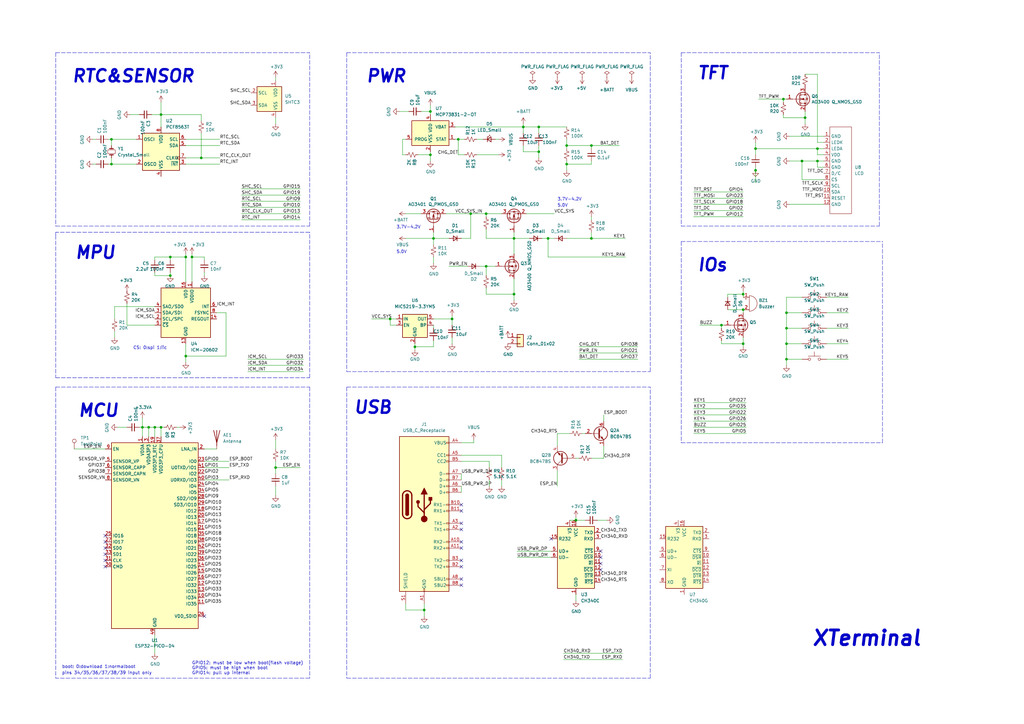
<source format=kicad_sch>
(kicad_sch (version 20211123) (generator eeschema)
  (paper "A3")
  (title_block (title "XTerminal") (date "2021-12-03") (rev "v1.0") (company "LithiumStudio"))
  (junction (at 335.28 66.04))
  (junction (at 176.53 63.5))
  (junction (at 309.88 69.85))
  (junction (at 58.42 175.26))
  (junction (at 322.58 128.27))
  (junction (at 322.58 147.32))
  (junction (at 232.41 59.69))
  (junction (at 220.98 52.07))
  (junction (at 322.58 134.62))
  (junction (at 69.85 113.03))
  (junction (at 60.96 175.26))
  (junction (at 295.91 133.35))
  (junction (at 69.85 105.41))
  (junction (at 304.8 127))
  (junction (at 176.53 45.72))
  (junction (at 224.79 97.79))
  (junction (at 177.8 97.79))
  (junction (at 185.42 130.81))
  (junction (at 321.31 40.64))
  (junction (at 330.2 48.26))
  (junction (at 242.57 59.69))
  (junction (at 242.57 97.79))
  (junction (at 309.88 60.96))
  (junction (at 66.04 175.26))
  (junction (at 193.04 87.63))
  (junction (at 199.39 109.22))
  (junction (at 232.41 67.31))
  (junction (at 210.82 97.79))
  (junction (at 220.98 62.23))
  (junction (at 304.8 120.65))
  (junction (at 113.03 191.77))
  (junction (at 63.5 175.26))
  (junction (at 322.58 140.97))
  (junction (at 45.72 57.15))
  (junction (at 199.39 87.63))
  (junction (at 173.99 250.19))
  (junction (at 335.28 60.96))
  (junction (at 45.72 67.31))
  (junction (at 328.93 66.04))
  (junction (at 214.63 52.07))
  (junction (at 170.18 142.24))
  (junction (at 78.74 105.41))
  (junction (at 236.22 213.36))
  (junction (at 304.8 140.97))
  (junction (at 160.02 130.81))
  (junction (at 187.96 57.15))
  (junction (at 76.2 146.05))
  (junction (at 76.2 105.41))
  (junction (at 82.55 64.77))
  (junction (at 66.04 46.99))
  (junction (at 210.82 120.65))
  (no_connect (at 189.23 229.87))
  (no_connect (at 189.23 232.41))
  (no_connect (at 189.23 214.63))
  (no_connect (at 189.23 217.17))
  (no_connect (at 43.18 227.33))
  (no_connect (at 43.18 229.87))
  (no_connect (at 43.18 232.41))
  (no_connect (at 43.18 224.79))
  (no_connect (at 43.18 222.25))
  (no_connect (at 43.18 219.71))
  (no_connect (at 189.23 207.01))
  (no_connect (at 189.23 209.55))
  (no_connect (at 189.23 222.25))
  (no_connect (at 189.23 224.79))
  (no_connect (at 189.23 237.49))
  (no_connect (at 189.23 240.03))
  (no_connect (at 83.82 252.73))
  (no_connect (at 226.06 220.98))
  (no_connect (at 246.38 233.68))
  (no_connect (at 246.38 228.6))
  (no_connect (at 246.38 226.06))
  (no_connect (at 246.38 231.14))
  (wire (pts (xy 330.2 30.48) (xy 335.28 30.48)))
  (wire (pts (xy 194.31 180.34) (xy 194.31 181.61)))
  (wire (pts (xy 66.04 46.99) (xy 62.23 46.99)))
  (wire (pts (xy 284.48 172.72) (xy 306.07 172.72)))
  (wire (pts (xy 335.28 58.42) (xy 337.82 58.42)))
  (wire (pts (xy 176.53 66.04) (xy 176.53 63.5)))
  (wire (pts (xy 195.58 57.15) (xy 198.12 57.15)))
  (wire (pts (xy 242.57 59.69) (xy 242.57 60.96)))
  (wire (pts (xy 189.23 186.69) (xy 205.74 186.69)))
  (wire (pts (xy 58.42 175.26) (xy 58.42 179.07)))
  (wire (pts (xy 322.58 147.32) (xy 322.58 149.86)))
  (polyline (pts (xy 22.86 158.75) (xy 127 158.75)))
  (wire (pts (xy 193.04 87.63) (xy 199.39 87.63)))
  (wire (pts (xy 304.8 140.97) (xy 304.8 142.24)))
  (polyline (pts (xy 361.95 181.61) (xy 361.95 99.06)))
  (wire (pts (xy 205.74 196.85) (xy 205.74 199.39)))
  (wire (pts (xy 57.15 46.99) (xy 53.34 46.99)))
  (wire (pts (xy 177.8 97.79) (xy 184.15 97.79)))
  (wire (pts (xy 63.5 113.03) (xy 69.85 113.03)))
  (polyline (pts (xy 127 154.94) (xy 127 95.25)))
  (wire (pts (xy 242.57 95.25) (xy 242.57 97.79)))
  (wire (pts (xy 172.72 45.72) (xy 176.53 45.72)))
  (wire (pts (xy 322.58 134.62) (xy 328.93 134.62)))
  (wire (pts (xy 309.88 69.85) (xy 309.88 74.93)))
  (wire (pts (xy 170.18 143.51) (xy 170.18 142.24)))
  (wire (pts (xy 224.79 105.41) (xy 224.79 97.79)))
  (wire (pts (xy 232.41 66.04) (xy 232.41 67.31)))
  (wire (pts (xy 242.57 97.79) (xy 256.54 97.79)))
  (wire (pts (xy 99.06 77.47) (xy 123.19 77.47)))
  (wire (pts (xy 160.02 133.35) (xy 160.02 130.81)))
  (wire (pts (xy 322.58 121.92) (xy 322.58 128.27)))
  (wire (pts (xy 212.09 228.6) (xy 226.06 228.6)))
  (wire (pts (xy 236.22 187.96) (xy 237.49 187.96)))
  (wire (pts (xy 337.82 73.66) (xy 328.93 73.66)))
  (wire (pts (xy 78.74 104.14) (xy 78.74 105.41)))
  (polyline (pts (xy 127 95.25) (xy 22.86 95.25)))
  (wire (pts (xy 66.04 41.91) (xy 66.04 46.99)))
  (wire (pts (xy 337.82 68.58) (xy 335.28 68.58)))
  (polyline (pts (xy 22.86 21.59) (xy 22.86 92.71)))
  (wire (pts (xy 160.02 130.81) (xy 162.56 130.81)))
  (wire (pts (xy 88.9 128.27) (xy 92.71 128.27)))
  (wire (pts (xy 220.98 62.23) (xy 220.98 64.77)))
  (polyline (pts (xy 22.86 95.25) (xy 22.86 96.52)))
  (wire (pts (xy 200.66 189.23) (xy 200.66 191.77)))
  (wire (pts (xy 196.85 109.22) (xy 199.39 109.22)))
  (wire (pts (xy 170.18 142.24) (xy 177.8 142.24)))
  (wire (pts (xy 66.04 179.07) (xy 66.04 175.26)))
  (wire (pts (xy 199.39 87.63) (xy 199.39 88.9)))
  (wire (pts (xy 304.8 140.97) (xy 304.8 138.43)))
  (wire (pts (xy 82.55 64.77) (xy 76.2 64.77)))
  (wire (pts (xy 38.1 57.15) (xy 39.37 57.15)))
  (wire (pts (xy 335.28 30.48) (xy 335.28 58.42)))
  (wire (pts (xy 304.8 127) (xy 304.8 128.27)))
  (wire (pts (xy 284.48 167.64) (xy 306.07 167.64)))
  (wire (pts (xy 304.8 120.65) (xy 304.8 121.92)))
  (wire (pts (xy 237.49 142.24) (xy 261.62 142.24)))
  (wire (pts (xy 182.88 87.63) (xy 193.04 87.63)))
  (wire (pts (xy 63.5 260.35) (xy 63.5 267.97)))
  (wire (pts (xy 214.63 62.23) (xy 220.98 62.23)))
  (wire (pts (xy 190.5 63.5) (xy 187.96 63.5)))
  (wire (pts (xy 69.85 106.68) (xy 69.85 105.41)))
  (wire (pts (xy 328.93 66.04) (xy 335.28 66.04)))
  (wire (pts (xy 187.96 57.15) (xy 190.5 57.15)))
  (wire (pts (xy 204.47 57.15) (xy 203.2 57.15)))
  (wire (pts (xy 311.15 40.64) (xy 321.31 40.64)))
  (wire (pts (xy 193.04 97.79) (xy 193.04 87.63)))
  (polyline (pts (xy 279.4 21.59) (xy 279.4 92.71)))
  (polyline (pts (xy 22.86 158.75) (xy 22.86 278.13)))
  (wire (pts (xy 177.8 95.25) (xy 177.8 97.79)))
  (wire (pts (xy 200.66 196.85) (xy 200.66 199.39)))
  (wire (pts (xy 186.69 52.07) (xy 214.63 52.07)))
  (wire (pts (xy 210.82 120.65) (xy 210.82 114.3)))
  (wire (pts (xy 214.63 52.07) (xy 220.98 52.07)))
  (wire (pts (xy 176.53 63.5) (xy 176.53 62.23)))
  (wire (pts (xy 199.39 120.65) (xy 210.82 120.65)))
  (wire (pts (xy 298.45 120.65) (xy 304.8 120.65)))
  (wire (pts (xy 237.49 144.78) (xy 261.62 144.78)))
  (wire (pts (xy 284.48 175.26) (xy 306.07 175.26)))
  (wire (pts (xy 83.82 196.85) (xy 93.98 196.85)))
  (wire (pts (xy 66.04 175.26) (xy 63.5 175.26)))
  (wire (pts (xy 214.63 50.8) (xy 214.63 52.07)))
  (wire (pts (xy 63.5 175.26) (xy 60.96 175.26)))
  (wire (pts (xy 323.85 55.88) (xy 337.82 55.88)))
  (wire (pts (xy 322.58 134.62) (xy 322.58 140.97)))
  (wire (pts (xy 66.04 46.99) (xy 82.55 46.99)))
  (wire (pts (xy 238.76 177.8) (xy 240.03 177.8)))
  (wire (pts (xy 323.85 66.04) (xy 328.93 66.04)))
  (wire (pts (xy 57.15 175.26) (xy 58.42 175.26)))
  (wire (pts (xy 284.48 86.36) (xy 304.8 86.36)))
  (wire (pts (xy 83.82 111.76) (xy 83.82 113.03)))
  (wire (pts (xy 73.66 175.26) (xy 72.39 175.26)))
  (wire (pts (xy 321.31 48.26) (xy 330.2 48.26)))
  (wire (pts (xy 185.42 138.43) (xy 185.42 140.97)))
  (wire (pts (xy 101.6 152.4) (xy 124.46 152.4)))
  (wire (pts (xy 78.74 105.41) (xy 78.74 115.57)))
  (wire (pts (xy 339.09 140.97) (xy 347.98 140.97)))
  (wire (pts (xy 322.58 121.92) (xy 328.93 121.92)))
  (wire (pts (xy 335.28 63.5) (xy 335.28 60.96)))
  (wire (pts (xy 321.31 46.99) (xy 321.31 48.26)))
  (wire (pts (xy 45.72 67.31) (xy 55.88 67.31)))
  (wire (pts (xy 339.09 121.92) (xy 347.98 121.92)))
  (wire (pts (xy 195.58 63.5) (xy 204.47 63.5)))
  (wire (pts (xy 309.88 68.58) (xy 309.88 69.85)))
  (wire (pts (xy 284.48 78.74) (xy 304.8 78.74)))
  (wire (pts (xy 63.5 111.76) (xy 63.5 113.03)))
  (wire (pts (xy 171.45 63.5) (xy 176.53 63.5)))
  (polyline (pts (xy 142.24 21.59) (xy 266.7 21.59)))
  (wire (pts (xy 45.72 57.15) (xy 55.88 57.15)))
  (wire (pts (xy 90.17 57.15) (xy 76.2 57.15)))
  (polyline (pts (xy 142.24 158.75) (xy 266.7 158.75)))
  (wire (pts (xy 177.8 130.81) (xy 185.42 130.81)))
  (wire (pts (xy 173.99 250.19) (xy 173.99 252.73)))
  (wire (pts (xy 220.98 52.07) (xy 232.41 52.07)))
  (wire (pts (xy 166.37 63.5) (xy 165.1 63.5)))
  (wire (pts (xy 237.49 147.32) (xy 261.62 147.32)))
  (wire (pts (xy 330.2 45.72) (xy 330.2 48.26)))
  (wire (pts (xy 231.14 270.51) (xy 255.27 270.51)))
  (wire (pts (xy 242.57 67.31) (xy 232.41 67.31)))
  (wire (pts (xy 166.37 97.79) (xy 177.8 97.79)))
  (wire (pts (xy 309.88 60.96) (xy 309.88 63.5)))
  (wire (pts (xy 99.06 82.55) (xy 123.19 82.55)))
  (wire (pts (xy 284.48 165.1) (xy 306.07 165.1)))
  (wire (pts (xy 63.5 106.68) (xy 63.5 105.41)))
  (wire (pts (xy 82.55 54.61) (xy 82.55 64.77)))
  (wire (pts (xy 295.91 139.7) (xy 295.91 140.97)))
  (wire (pts (xy 166.37 87.63) (xy 172.72 87.63)))
  (polyline (pts (xy 142.24 278.13) (xy 266.7 278.13)))
  (wire (pts (xy 233.68 213.36) (xy 236.22 213.36)))
  (wire (pts (xy 231.14 267.97) (xy 255.27 267.97)))
  (wire (pts (xy 321.31 40.64) (xy 322.58 40.64)))
  (wire (pts (xy 339.09 147.32) (xy 347.98 147.32)))
  (wire (pts (xy 177.8 97.79) (xy 177.8 100.33)))
  (wire (pts (xy 284.48 170.18) (xy 306.07 170.18)))
  (wire (pts (xy 224.79 97.79) (xy 227.33 97.79)))
  (wire (pts (xy 284.48 81.28) (xy 304.8 81.28)))
  (wire (pts (xy 254 59.69) (xy 242.57 59.69)))
  (wire (pts (xy 232.41 59.69) (xy 232.41 60.96)))
  (wire (pts (xy 63.5 179.07) (xy 63.5 175.26)))
  (wire (pts (xy 322.58 128.27) (xy 322.58 134.62)))
  (wire (pts (xy 165.1 63.5) (xy 165.1 57.15)))
  (wire (pts (xy 173.99 247.65) (xy 173.99 250.19)))
  (wire (pts (xy 177.8 139.7) (xy 177.8 142.24)))
  (wire (pts (xy 185.42 130.81) (xy 185.42 133.35)))
  (wire (pts (xy 113.03 48.26) (xy 113.03 50.8)))
  (wire (pts (xy 205.74 191.77) (xy 205.74 186.69)))
  (wire (pts (xy 339.09 134.62) (xy 347.98 134.62)))
  (wire (pts (xy 186.69 57.15) (xy 187.96 57.15)))
  (wire (pts (xy 245.11 213.36) (xy 248.92 213.36)))
  (wire (pts (xy 215.9 87.63) (xy 227.33 87.63)))
  (wire (pts (xy 76.2 104.14) (xy 76.2 105.41)))
  (polyline (pts (xy 22.86 21.59) (xy 127 21.59)))
  (wire (pts (xy 92.71 128.27) (xy 92.71 146.05)))
  (wire (pts (xy 38.1 67.31) (xy 39.37 67.31)))
  (wire (pts (xy 298.45 127) (xy 304.8 127)))
  (polyline (pts (xy 266.7 278.13) (xy 266.7 158.75)))
  (wire (pts (xy 69.85 111.76) (xy 69.85 113.03)))
  (wire (pts (xy 93.98 189.23) (xy 83.82 189.23)))
  (wire (pts (xy 242.57 66.04) (xy 242.57 67.31)))
  (wire (pts (xy 210.82 123.19) (xy 210.82 120.65)))
  (wire (pts (xy 46.99 135.89) (xy 46.99 138.43)))
  (wire (pts (xy 189.23 97.79) (xy 193.04 97.79)))
  (wire (pts (xy 236.22 213.36) (xy 240.03 213.36)))
  (polyline (pts (xy 279.4 92.71) (xy 360.68 92.71)))
  (wire (pts (xy 322.58 147.32) (xy 328.93 147.32)))
  (wire (pts (xy 295.91 133.35) (xy 295.91 134.62)))
  (wire (pts (xy 99.06 80.01) (xy 123.19 80.01)))
  (wire (pts (xy 58.42 171.45) (xy 58.42 175.26)))
  (wire (pts (xy 48.26 175.26) (xy 52.07 175.26)))
  (wire (pts (xy 185.42 129.54) (xy 185.42 130.81)))
  (wire (pts (xy 232.41 97.79) (xy 242.57 97.79)))
  (wire (pts (xy 199.39 93.98) (xy 199.39 97.79)))
  (wire (pts (xy 304.8 119.38) (xy 304.8 120.65)))
  (polyline (pts (xy 142.24 21.59) (xy 142.24 152.4)))
  (wire (pts (xy 242.57 59.69) (xy 232.41 59.69)))
  (wire (pts (xy 83.82 191.77) (xy 93.98 191.77)))
  (wire (pts (xy 217.17 97.79) (xy 210.82 97.79)))
  (wire (pts (xy 220.98 54.61) (xy 220.98 52.07)))
  (wire (pts (xy 228.6 177.8) (xy 228.6 182.88)))
  (wire (pts (xy 113.03 199.39) (xy 113.03 203.2)))
  (wire (pts (xy 176.53 45.72) (xy 176.53 46.99)))
  (polyline (pts (xy 22.86 92.71) (xy 127 92.71)))
  (polyline (pts (xy 22.86 96.52) (xy 22.86 154.94)))
  (wire (pts (xy 236.22 243.84) (xy 236.22 246.38)))
  (wire (pts (xy 99.06 87.63) (xy 123.19 87.63)))
  (wire (pts (xy 92.71 146.05) (xy 76.2 146.05)))
  (wire (pts (xy 60.96 179.07) (xy 60.96 175.26)))
  (wire (pts (xy 52.07 133.35) (xy 63.5 133.35)))
  (wire (pts (xy 203.2 109.22) (xy 199.39 109.22)))
  (wire (pts (xy 210.82 95.25) (xy 210.82 97.79)))
  (wire (pts (xy 330.2 48.26) (xy 330.2 50.8)))
  (wire (pts (xy 101.6 149.86) (xy 124.46 149.86)))
  (wire (pts (xy 297.18 133.35) (xy 295.91 133.35)))
  (wire (pts (xy 232.41 57.15) (xy 232.41 59.69)))
  (wire (pts (xy 52.07 124.46) (xy 52.07 133.35)))
  (wire (pts (xy 67.31 175.26) (xy 66.04 175.26)))
  (wire (pts (xy 113.03 191.77) (xy 123.19 191.77)))
  (wire (pts (xy 214.63 52.07) (xy 214.63 54.61)))
  (wire (pts (xy 236.22 212.09) (xy 236.22 213.36)))
  (wire (pts (xy 212.09 226.06) (xy 226.06 226.06)))
  (wire (pts (xy 82.55 46.99) (xy 82.55 49.53)))
  (wire (pts (xy 46.99 125.73) (xy 46.99 130.81)))
  (wire (pts (xy 284.48 88.9) (xy 304.8 88.9)))
  (wire (pts (xy 191.77 109.22) (xy 184.15 109.22)))
  (wire (pts (xy 58.42 175.26) (xy 60.96 175.26)))
  (wire (pts (xy 298.45 121.92) (xy 298.45 120.65)))
  (wire (pts (xy 199.39 97.79) (xy 210.82 97.79)))
  (wire (pts (xy 99.06 90.17) (xy 123.19 90.17)))
  (wire (pts (xy 335.28 68.58) (xy 335.28 66.04)))
  (wire (pts (xy 321.31 40.64) (xy 321.31 41.91)))
  (wire (pts (xy 309.88 60.96) (xy 335.28 60.96)))
  (wire (pts (xy 295.91 140.97) (xy 304.8 140.97)))
  (wire (pts (xy 287.02 133.35) (xy 295.91 133.35)))
  (wire (pts (xy 335.28 66.04) (xy 337.82 66.04)))
  (wire (pts (xy 99.06 85.09) (xy 123.19 85.09)))
  (wire (pts (xy 189.23 181.61) (xy 194.31 181.61)))
  (wire (pts (xy 284.48 177.8) (xy 306.07 177.8)))
  (wire (pts (xy 233.68 177.8) (xy 228.6 177.8)))
  (wire (pts (xy 170.18 142.24) (xy 170.18 140.97)))
  (wire (pts (xy 152.4 130.81) (xy 160.02 130.81)))
  (wire (pts (xy 69.85 105.41) (xy 76.2 105.41)))
  (wire (pts (xy 163.83 45.72) (xy 167.64 45.72)))
  (wire (pts (xy 337.82 60.96) (xy 335.28 60.96)))
  (wire (pts (xy 165.1 57.15) (xy 166.37 57.15)))
  (polyline (pts (xy 127 278.13) (xy 22.86 278.13)))
  (wire (pts (xy 322.58 140.97) (xy 328.93 140.97)))
  (wire (pts (xy 247.65 187.96) (xy 242.57 187.96)))
  (polyline (pts (xy 279.4 99.06) (xy 361.95 99.06)))
  (wire (pts (xy 247.65 182.88) (xy 247.65 187.96)))
  (wire (pts (xy 83.82 105.41) (xy 78.74 105.41)))
  (wire (pts (xy 45.72 64.77) (xy 45.72 67.31)))
  (wire (pts (xy 177.8 105.41) (xy 177.8 107.95)))
  (wire (pts (xy 177.8 134.62) (xy 177.8 133.35)))
  (wire (pts (xy 214.63 59.69) (xy 214.63 62.23)))
  (wire (pts (xy 113.03 191.77) (xy 113.03 194.31)))
  (polyline (pts (xy 279.4 99.06) (xy 279.4 181.61)))
  (wire (pts (xy 210.82 104.14) (xy 210.82 97.79)))
  (wire (pts (xy 113.03 189.23) (xy 113.03 191.77)))
  (wire (pts (xy 166.37 250.19) (xy 173.99 250.19)))
  (wire (pts (xy 222.25 97.79) (xy 224.79 97.79)))
  (wire (pts (xy 284.48 83.82) (xy 304.8 83.82)))
  (wire (pts (xy 323.85 83.82) (xy 337.82 83.82)))
  (wire (pts (xy 189.23 199.39) (xy 189.23 201.93)))
  (wire (pts (xy 101.6 147.32) (xy 124.46 147.32)))
  (wire (pts (xy 205.74 87.63) (xy 199.39 87.63)))
  (wire (pts (xy 337.82 63.5) (xy 335.28 63.5)))
  (wire (pts (xy 63.5 105.41) (xy 69.85 105.41)))
  (polyline (pts (xy 266.7 152.4) (xy 266.7 21.59)))
  (polyline (pts (xy 127 92.71) (xy 127 21.59)))
  (wire (pts (xy 90.17 59.69) (xy 76.2 59.69)))
  (wire (pts (xy 224.79 105.41) (xy 256.54 105.41)))
  (wire (pts (xy 83.82 184.15) (xy 88.9 184.15)))
  (wire (pts (xy 76.2 140.97) (xy 76.2 146.05)))
  (wire (pts (xy 199.39 118.11) (xy 199.39 120.65)))
  (wire (pts (xy 30.48 184.15) (xy 43.18 184.15)))
  (wire (pts (xy 187.96 63.5) (xy 187.96 57.15)))
  (wire (pts (xy 328.93 73.66) (xy 328.93 66.04)))
  (wire (pts (xy 228.6 193.04) (xy 228.6 199.39)))
  (wire (pts (xy 242.57 88.9) (xy 242.57 90.17)))
  (wire (pts (xy 76.2 105.41) (xy 76.2 115.57)))
  (wire (pts (xy 83.82 106.68) (xy 83.82 105.41)))
  (polyline (pts (xy 279.4 181.61) (xy 361.95 181.61)))
  (wire (pts (xy 113.03 180.34) (xy 113.03 184.15)))
  (wire (pts (xy 162.56 133.35) (xy 160.02 133.35)))
  (wire (pts (xy 166.37 247.65) (xy 166.37 250.19)))
  (wire (pts (xy 76.2 67.31) (xy 90.17 67.31)))
  (wire (pts (xy 247.65 170.18) (xy 247.65 172.72)))
  (wire (pts (xy 76.2 146.05) (xy 76.2 148.59)))
  (polyline (pts (xy 360.68 92.71) (xy 360.68 21.59)))
  (wire (pts (xy 113.03 31.75) (xy 113.03 33.02)))
  (wire (pts (xy 44.45 67.31) (xy 45.72 67.31)))
  (wire (pts (xy 66.04 46.99) (xy 66.04 52.07)))
  (wire (pts (xy 199.39 109.22) (xy 199.39 113.03)))
  (polyline (pts (xy 279.4 21.59) (xy 360.68 21.59)))
  (wire (pts (xy 44.45 57.15) (xy 45.72 57.15)))
  (wire (pts (xy 189.23 194.31) (xy 189.23 196.85)))
  (polyline (pts (xy 22.86 154.94) (xy 127 154.94)))
  (wire (pts (xy 322.58 128.27) (xy 328.93 128.27)))
  (wire (pts (xy 232.41 67.31) (xy 232.41 69.85)))
  (polyline (pts (xy 142.24 158.75) (xy 142.24 278.13)))
  (wire (pts (xy 339.09 128.27) (xy 347.98 128.27)))
  (wire (pts (xy 46.99 125.73) (xy 63.5 125.73)))
  (wire (pts (xy 90.17 64.77) (xy 82.55 64.77)))
  (polyline (pts (xy 127 158.75) (xy 127 278.13)))
  (wire (pts (xy 176.53 43.18) (xy 176.53 45.72)))
  (polyline (pts (xy 142.24 152.4) (xy 266.7 152.4)))
  (wire (pts (xy 322.58 140.97) (xy 322.58 147.32)))
  (wire (pts (xy 45.72 57.15) (xy 45.72 59.69)))
  (wire (pts (xy 189.23 189.23) (xy 200.66 189.23)))
  (wire (pts (xy 309.88 58.42) (xy 309.88 60.96)))
  (wire (pts (xy 220.98 59.69) (xy 220.98 62.23)))
  (text "MPU" (at 30.48 106.68 0) (effects (font (size 5 5) bold italic) (justify left bottom)))
  (text "pins 34/35/36/37/38/39 input only" (at 25.4 276.86 0) (effects (font (size 1.27 1.27)) (justify left bottom)))
  (text "5.0V" (at 228.6 85.09 0) (effects (font (size 1.27 1.27)) (justify left bottom)))
  (text "RTC&SENSOR" (at 29.21 34.29 0) (effects (font (size 5 5) bold italic) (justify left bottom)))
  (text "3.7V-4.2V" (at 228.6 82.55 0) (effects (font (size 1.27 1.27)) (justify left bottom)))
  (text "GPIO12: must be low when boot(flash voltage)\nGPIO5: must be high when boot\nGPIO14: pull up internal" (at 78.74 276.86 0) (effects (font (size 1.27 1.27)) (justify left bottom)))
  (text "XTerminal" (at 332.74 265.43 0) (effects (font (size 6 6) (thickness 1.2) bold italic) (justify left bottom)))
  (text "3.7V-4.2V" (at 162.56 93.98 0) (effects (font (size 1.27 1.27)) (justify left bottom)))
  (text "MCU" (at 31.75 171.45 0) (effects (font (size 5 5) (thickness 1) bold italic) (justify left bottom)))
  (text "USB" (at 144.78 170.18 0) (effects (font (size 5 5) bold italic) (justify left bottom)))
  (text "PWR" (at 149.86 34.29 0) (effects (font (size 5 5) bold italic) (justify left bottom)))
  (text "IOs" (at 285.75 111.76 0) (effects (font (size 5 5) bold italic) (justify left bottom)))
  (text "boot: 0:download 1:normalboot" (at 25.4 274.32 0) (effects (font (size 1.27 1.27)) (justify left bottom)))
  (text "TFT" (at 285.75 33.02 0) (effects (font (size 5 5) bold italic) (justify left bottom)))
  (text "CS: 0:spi 1:iic" (at 54.61 143.51 0) (effects (font (size 1.27 1.27)) (justify left bottom)))
  (text "5.0V" (at 162.56 104.14 0) (effects (font (size 1.27 1.27)) (justify left bottom)))
  (label "CH340_TXD" (at 231.14 270.51 0))
  (label "RTC_SDA" (at 90.17 59.69 0))
  (label "GPIO9" (at 123.19 82.55 180))
  (label "GPIO3" (at 83.82 196.85 0))
  (label "TFT_PWM" (at 311.15 40.64 0))
  (label "KEY2" (at 284.48 167.64 0))
  (label "GPIO15" (at 123.19 77.47 180))
  (label "ICM_SCL" (at 101.6 147.32 0))
  (label "GPIO2" (at 83.82 194.31 0))
  (label "ICM_SDA" (at 101.6 149.86 0))
  (label "GPIO32" (at 124.46 149.86 180))
  (label "GPIO23" (at 304.8 81.28 180))
  (label "GPIO23" (at 83.82 229.87 0))
  (label "RTC_CLK_OUT" (at 99.06 87.63 0))
  (label "GPIO4" (at 304.8 78.74 180))
  (label "BAT_DET" (at 237.49 147.32 0))
  (label "USB_PWR_DP" (at 189.23 199.39 0))
  (label "BUZZ" (at 287.02 133.35 0))
  (label "ICM_SDA" (at 63.5 128.27 180))
  (label "ESP_EN" (at 123.19 191.77 180))
  (label "GPIO1" (at 83.82 191.77 0))
  (label "VCC_SYS" (at 227.33 87.63 0))
  (label "GPIO18" (at 304.8 83.82 180))
  (label "TTF_MOSI" (at 284.48 81.28 0))
  (label "ESP_TXD" (at 93.98 191.77 0))
  (label "CH340_DTR" (at 247.65 187.96 0))
  (label "GPIO22" (at 306.07 170.18 180))
  (label "TFT_SCLK" (at 284.48 83.82 0))
  (label "SENSOR_VN" (at 43.18 196.85 180))
  (label "TFT_PWM" (at 284.48 88.9 0))
  (label "PWR_EN" (at 184.15 109.22 0))
  (label "GPIO33" (at 83.82 242.57 0))
  (label "SHC_SDA" (at 102.87 43.18 180))
  (label "KEY1_RAW" (at 256.54 105.41 180))
  (label "SENSOR_VP" (at 43.18 189.23 180))
  (label "GPIO13" (at 123.19 87.63 180))
  (label "CHG_DET" (at 187.96 63.5 180))
  (label "GPIO38" (at 43.18 194.31 180))
  (label "TTF_MOSI" (at 337.82 78.74 180))
  (label "CH340_RXD" (at 246.38 220.98 0))
  (label "KEY4" (at 284.48 172.72 0))
  (label "CH340_RXD" (at 231.14 267.97 0))
  (label "RTC_INT" (at 90.17 67.31 0))
  (label "KEY1" (at 256.54 97.79 180))
  (label "KEY3" (at 284.48 170.18 0))
  (label "USB_PWR_DP" (at 212.09 226.06 0))
  (label "ESP_TXD" (at 255.27 267.97 180))
  (label "TFT_SCLK" (at 337.82 76.2 180))
  (label "ESP_BOOT" (at 247.65 170.18 0))
  (label "SHC_SCL" (at 99.06 77.47 0))
  (label "GPIO2" (at 304.8 86.36 180))
  (label "ESP_RXD" (at 93.98 196.85 0))
  (label "GPIO25" (at 306.07 175.26 180))
  (label "VCC_SYS" (at 152.4 130.81 0))
  (label "KEY1" (at 284.48 165.1 0))
  (label "RTC_SDA" (at 99.06 85.09 0))
  (label "GPIO12" (at 304.8 88.9 180))
  (label "GPIO22" (at 83.82 227.33 0))
  (label "GPIO0" (at 83.82 189.23 0))
  (label "CH340_RTS" (at 246.38 238.76 0))
  (label "GPIO38" (at 261.62 142.24 180))
  (label "CH340_TXD" (at 246.38 218.44 0))
  (label "KEY4" (at 347.98 140.97 180))
  (label "GPIO35" (at 306.07 167.64 180))
  (label "ESP_BOOT" (at 93.98 189.23 0))
  (label "KEY5" (at 284.48 177.8 0))
  (label "GPIO14" (at 83.82 214.63 0))
  (label "SHC_SCL" (at 102.87 38.1 180))
  (label "CHG_DET" (at 237.49 142.24 0))
  (label "GPIO5" (at 306.07 177.8 180))
  (label "GPIO37" (at 261.62 147.32 180))
  (label "VCC_SYS_IN" (at 186.69 87.63 0))
  (label "GPIO34" (at 83.82 245.11 0))
  (label "GPIO5" (at 83.82 201.93 0))
  (label "RTC_INT" (at 99.06 90.17 0))
  (label "GPIO13" (at 83.82 212.09 0))
  (label "KEY3" (at 347.98 134.62 180))
  (label "GPIO26" (at 83.82 234.95 0))
  (label "RTC_SCL" (at 90.17 57.15 0))
  (label "GPIO27" (at 306.07 165.1 180))
  (label "GPIO34" (at 124.46 152.4 180))
  (label "GPIO9" (at 83.82 204.47 0))
  (label "GPIO10" (at 123.19 85.09 180))
  (label "BUZZ" (at 284.48 175.26 0))
  (label "ICM_SCL" (at 63.5 130.81 180))
  (label "GPIO33" (at 124.46 147.32 180))
  (label "TFT_RST" (at 284.48 78.74 0))
  (label "GPIO25" (at 83.82 232.41 0))
  (label "ICM_INT" (at 88.9 125.73 0))
  (label "ESP_RXD" (at 255.27 270.51 180))
  (label "GPIO19" (at 83.82 222.25 0))
  (label "GPIO26" (at 306.07 172.72 180))
  (label "TFT_DC" (at 284.48 86.36 0))
  (label "GPIO35" (at 83.82 247.65 0))
  (label "RTC_CLK_OUT" (at 90.17 64.77 0))
  (label "GPIO4" (at 83.82 199.39 0))
  (label "GPIO14" (at 123.19 90.17 180))
  (label "CH340_DTR" (at 246.38 236.22 0))
  (label "PWR_EN" (at 237.49 144.78 0))
  (label "ICM_INT" (at 101.6 152.4 0))
  (label "RTC_SCL" (at 99.06 82.55 0))
  (label "USB_PWR_DM" (at 189.23 194.31 0))
  (label "GPIO15" (at 83.82 217.17 0))
  (label "CH340_RTS" (at 228.6 177.8 180))
  (label "SHC_SDA" (at 99.06 80.01 0))
  (label "KEY5" (at 347.98 147.32 180))
  (label "GPIO21" (at 83.82 224.79 0))
  (label "GPIO18" (at 83.82 219.71 0))
  (label "GPIO32" (at 83.82 240.03 0))
  (label "GPIO21" (at 261.62 144.78 180))
  (label "KEY1_RAW" (at 347.98 121.92 180))
  (label "GPIO19" (at 123.19 80.01 180))
  (label "ESP_EN" (at 34.29 184.15 0))
  (label "TFT_DC" (at 337.82 71.12 180))
  (label "GPIO27" (at 83.82 237.49 0))
  (label "ESP_EN" (at 228.6 199.39 180))
  (label "TFT_RST" (at 337.82 81.28 180))
  (label "GPIO12" (at 83.82 209.55 0))
  (label "GPIO37" (at 43.18 191.77 180))
  (label "USB_PWR_DM" (at 212.09 228.6 0))
  (label "GPIO10" (at 83.82 207.01 0))
  (label "KEY2" (at 347.98 128.27 180))
  (label "BAT_DET" (at 254 59.69 180))
  (symbol (lib_id "RF_Module:ESP32-PICO-D4") (at 63.5 219.71 0) (unit 1)
    (property "Reference" "U1" (at 63.5 262.6106 0))
    (property "Value" "ESP32-PICO-D4" (at 63.5 264.922 0))
    (property "Footprint" "Package_DFN_QFN:QFN-48-1EP_7x7mm_P0.5mm_EP5.3x5.3mm" (effects hide))
    (property "Datasheet" "https://www.espressif.com/sites/default/files/documentation/esp32-pico-d4_datasheet_en.pdf" (effects hide))
  )
  (symbol (lib_id "power:+3.3VA") (at 58.42 171.45 0) (unit 1)
    (property "Reference" "#PWR0117" (effects hide))
    (property "Value" "+3.3VA" (at 58.801 167.0558 0))
  )
  (symbol (lib_id "power:+3.3V") (at 73.66 175.26 270) (unit 1)
    (property "Reference" "#PWR0114" (effects hide))
    (property "Value" "+3.3V" (at 78.0542 175.641 0))
  )
  (symbol (lib_id "Device:R_Small_US") (at 69.85 175.26 270) (unit 1)
    (property "Reference" "R3" (at 71.0184 176.9872 0) (effects (justify left)))
    (property "Value" "0R" (at 68.707 176.9872 0) (effects (justify left)))
    (property "Footprint" "Resistor_SMD:R_0603_1608Metric" (effects hide))
  )
  (symbol (lib_id "Device:Q_PMOS_GSD") (at 210.82 90.17 90) (unit 1)
    (property "Reference" "Q4" (at 210.82 81.4832 90))
    (property "Value" "AO3401 Q_PMOS_GSD" (at 210.82 83.7946 90))
    (property "Footprint" "Package_TO_SOT_SMD:SOT-23" (effects hide))
  )
  (symbol (lib_id "Device:Q_NMOS_GSD") (at 208.28 109.22 0) (unit 1)
    (property "Reference" "Q3" (at 213.4616 108.0516 0) (effects (justify left)))
    (property "Value" "AO3400 Q_NMOS_GSD" (at 217.17 119.38 90) (effects (justify left)))
    (property "Footprint" "Package_TO_SOT_SMD:SOT-23" (effects hide))
  )
  (symbol (lib_id "power:+3.3V") (at 228.6 31.75 180) (unit 1)
    (property "Reference" "#PWR0106" (effects hide))
    (property "Value" "+3.3V" (at 228.219 36.1442 0))
  )
  (symbol (lib_id "power:GND") (at 218.44 31.75 0) (unit 1)
    (property "Reference" "#PWR0109" (effects hide))
    (property "Value" "GND" (at 218.567 36.1442 0))
  )
  (symbol (lib_id "Device:R_Small_US") (at 199.39 91.44 0) (unit 1)
    (property "Reference" "R6" (at 201.1172 90.2716 0) (effects (justify left)))
    (property "Value" "20K" (at 201.1172 92.583 0) (effects (justify left)))
    (property "Footprint" "Resistor_SMD:R_0603_1608Metric" (effects hide))
  )
  (symbol (lib_id "Device:R_Small_US") (at 199.39 115.57 0) (unit 1)
    (property "Reference" "R5" (at 201.1172 114.4016 0) (effects (justify left)))
    (property "Value" "20K" (at 201.1172 116.713 0) (effects (justify left)))
    (property "Footprint" "Resistor_SMD:R_0603_1608Metric" (effects hide))
  )
  (symbol (lib_id "Device:D_Small") (at 194.31 109.22 180) (unit 1)
    (property "Reference" "D2" (at 194.31 114.4778 0))
    (property "Value" "D_Small" (at 194.31 112.1664 0))
    (property "Footprint" "Diode_SMD:D_SOD-323" (effects hide))
  )
  (symbol (lib_id "Device:D_Small") (at 229.87 97.79 0) (unit 1)
    (property "Reference" "D4" (at 229.87 92.5322 0))
    (property "Value" "D_Small" (at 229.87 94.8436 0))
    (property "Footprint" "Diode_SMD:D_SOD-323" (effects hide))
  )
  (symbol (lib_id "Device:D_Small") (at 219.71 97.79 180) (unit 1)
    (property "Reference" "D3" (at 219.71 92.5322 0))
    (property "Value" "D_Small" (at 219.71 94.8436 0))
    (property "Footprint" "Diode_SMD:D_SOD-323" (effects hide))
  )
  (symbol (lib_id "power:GND") (at 210.82 123.19 0) (unit 1)
    (property "Reference" "#PWR0102" (effects hide))
    (property "Value" "GND" (at 210.82 127 0))
  )
  (symbol (lib_id "power:PWR_FLAG") (at 218.44 31.75 0) (unit 1)
    (property "Reference" "#FLG0101" (effects hide))
    (property "Value" "PWR_FLAG" (at 218.44 27.3558 0))
  )
  (symbol (lib_id "power:+5V") (at 238.76 31.75 180) (unit 1)
    (property "Reference" "#PWR030" (effects hide))
    (property "Value" "+5V" (at 238.379 36.1442 0))
  )
  (symbol (lib_id "Device:R_Small_US") (at 236.22 177.8 90) (unit 1)
    (property "Reference" "R16" (at 235.0516 176.0728 0) (effects (justify left)))
    (property "Value" "10K" (at 237.363 176.0728 0) (effects (justify left)))
    (property "Footprint" "Resistor_SMD:R_0603_1608Metric" (effects hide))
  )
  (symbol (lib_id "Device:C_Small") (at 69.85 109.22 0) (mirror y) (unit 1)
    (property "Reference" "C6" (at 67.5132 108.0516 0) (effects (justify left)))
    (property "Value" "100nF" (at 67.5132 110.363 0) (effects (justify left)))
    (property "Footprint" "Capacitor_SMD:C_0603_1608Metric" (effects hide))
  )
  (symbol (lib_id "Device:Antenna") (at 88.9 179.07 0) (unit 1)
    (property "Reference" "AE1" (at 91.44 178.4349 0) (effects (justify left)))
    (property "Value" "Antenna" (at 91.44 180.9749 0) (effects (justify left)))
    (property "Footprint" "RF_Antenna:Johanson_2450AT43F0100" (effects hide))
  )
  (symbol (lib_id "Switch:SW_Push") (at 334.01 140.97 0) (unit 1)
    (property "Reference" "SW4" (at 334.01 133.35 0))
    (property "Value" "SW_Push" (at 334.01 135.89 0))
    (property "Footprint" "Button_Switch_SMD:Panasonic_EVQPUJ_EVQPUA" (effects hide))
  )
  (symbol (lib_id "power:VBUS") (at 176.53 43.18 0) (unit 1)
    (property "Reference" "#PWR017" (effects hide))
    (property "Value" "VBUS" (at 176.53 38.1 0))
  )
  (symbol (lib_id "power:PWR_FLAG") (at 238.76 31.75 0) (unit 1)
    (property "Reference" "#FLG02" (effects hide))
    (property "Value" "PWR_FLAG" (at 238.76 27.3558 0))
  )
  (symbol (lib_id "Device:C_Small") (at 185.42 135.89 0) (mirror y) (unit 1)
    (property "Reference" "C11" (at 189.23 134.62 0) (effects (justify left)))
    (property "Value" "10uF" (at 191.77 137.16 0) (effects (justify left)))
    (property "Footprint" "Capacitor_SMD:C_0603_1608Metric" (effects hide))
  )
  (symbol (lib_id "power:GND") (at 200.66 199.39 0) (unit 1)
    (property "Reference" "#PWR0127" (effects hide))
    (property "Value" "GND" (at 200.787 203.7842 0))
  )
  (symbol (lib_id "power:GND") (at 163.83 45.72 270) (unit 1)
    (property "Reference" "#PWR013" (effects hide))
    (property "Value" "GND" (at 159.4358 45.847 0))
  )
  (symbol (lib_id "Switch:SW_Push") (at 334.01 121.92 0) (unit 1)
    (property "Reference" "SW1" (at 334.01 114.3 0))
    (property "Value" "SW_Push" (at 334.01 116.84 0))
    (property "Footprint" "Button_Switch_SMD:Panasonic_EVQPUJ_EVQPUA" (effects hide))
  )
  (symbol (lib_id "Battery_Management:MCP73831-2-OT") (at 176.53 54.61 0) (unit 1)
    (property "Reference" "U7" (at 178.5494 44.45 0) (effects (justify left)))
    (property "Value" "MCP73831-2-OT" (at 178.5494 46.99 0) (effects (justify left)))
    (property "Footprint" "Package_TO_SOT_SMD:SOT-23-5" (effects hide))
    (property "Datasheet" "http://ww1.microchip.com/downloads/en/DeviceDoc/20001984g.pdf" (effects hide))
  )
  (symbol (lib_id "Interface_USB:CH340C") (at 236.22 228.6 0) (unit 1)
    (property "Reference" "U3" (at 238.2394 243.84 0) (effects (justify left)))
    (property "Value" "CH340C" (at 238.2394 246.38 0) (effects (justify left)))
    (property "Footprint" "Package_SO:SOIC-16_3.9x9.9mm_P1.27mm" (effects hide))
    (property "Datasheet" "https://datasheet.lcsc.com/szlcsc/Jiangsu-Qin-Heng-CH340C_C84681.pdf" (effects hide))
  )
  (symbol (lib_id "Device:Q_NMOS_GSD") (at 302.26 133.35 0) (unit 1)
    (property "Reference" "Q5" (at 307.4416 132.1816 0) (effects (justify left)))
    (property "Value" "AO3400 Q_NMOS_GSD" (effects hide))
    (property "Footprint" "Package_TO_SOT_SMD:SOT-23" (effects hide))
  )
  (symbol (lib_id "power:GND") (at 173.99 252.73 0) (unit 1)
    (property "Reference" "#PWR0101" (effects hide))
    (property "Value" "GND" (at 174.117 257.1242 0))
  )
  (symbol (lib_id "power:GND") (at 76.2 148.59 0) (unit 1)
    (property "Reference" "#PWR06" (effects hide))
    (property "Value" "GND" (at 76.327 152.9842 0))
  )
  (symbol (lib_id "Device:C_Small") (at 59.69 46.99 270) (unit 1)
    (property "Reference" "C3" (at 60.8584 49.3268 0) (effects (justify left)))
    (property "Value" "100nF" (at 58.547 49.3268 0) (effects (justify left)))
    (property "Footprint" "Capacitor_SMD:C_0603_1608Metric" (effects hide))
  )
  (symbol (lib_id "power:GND") (at 177.8 107.95 0) (unit 1)
    (property "Reference" "#PWR019" (effects hide))
    (property "Value" "GND" (at 177.927 112.3442 0))
  )
  (symbol (lib_id "Device:LED_Small") (at 200.66 57.15 0) (unit 1)
    (property "Reference" "D5" (at 200.7235 50.8 0))
    (property "Value" "LED_Small" (at 200.7235 53.34 0))
    (property "Footprint" "Capacitor_SMD:C_0603_1608Metric" (effects hide))
  )
  (symbol (lib_id "power:GND") (at 323.85 83.82 270) (unit 1)
    (property "Reference" "#PWR040" (effects hide))
    (property "Value" "GND" (at 319.4558 83.947 0))
  )
  (symbol (lib_id "Device:R_Small_US") (at 295.91 137.16 0) (unit 1)
    (property "Reference" "R19" (at 297.6372 135.9916 0) (effects (justify left)))
    (property "Value" "20K" (at 297.6372 138.303 0) (effects (justify left)))
    (property "Footprint" "Resistor_SMD:R_0603_1608Metric" (effects hide))
  )
  (symbol (lib_id "Device:R_Small_US") (at 242.57 92.71 0) (unit 1)
    (property "Reference" "R18" (at 244.2972 91.5416 0) (effects (justify left)))
    (property "Value" "10K" (at 244.2972 93.853 0) (effects (justify left)))
    (property "Footprint" "Resistor_SMD:R_0603_1608Metric" (effects hide))
  )
  (symbol (lib_id "Device:C_Small") (at 214.63 57.15 0) (mirror y) (unit 1)
    (property "Reference" "C12" (at 218.44 55.88 0) (effects (justify left)))
    (property "Value" "10uF" (at 220.98 58.42 0) (effects (justify left)))
    (property "Footprint" "Capacitor_SMD:C_0603_1608Metric" (effects hide))
  )
  (symbol (lib_id "New_Library:LCD") (at 337.82 55.88 0) (unit 1)
    (property "Reference" "U8" (at 350.52 68.5799 0) (effects (justify left)))
    (property "Value" "LCD" (at 350.52 71.1199 0) (effects (justify left)))
    (property "Footprint" "Library:LCD-ST7789-1.54-12PINS" (effects hide))
  )
  (symbol (lib_id "power:+3.3V") (at 113.03 31.75 0) (unit 1)
    (property "Reference" "#PWR09" (effects hide))
    (property "Value" "+3.3V" (at 113.411 27.3558 0))
  )
  (symbol (lib_id "power:GND") (at 220.98 64.77 0) (unit 1)
    (property "Reference" "#PWR027" (effects hide))
    (property "Value" "GND" (at 221.107 69.1642 0))
  )
  (symbol (lib_id "Connector_Generic:Conn_01x02") (at 213.36 138.43 0) (unit 1)
    (property "Reference" "J2" (at 215.9 138.4299 0) (effects (justify left)))
    (property "Value" "Conn_01x02" (at 215.9 140.9699 0) (effects (justify left)))
    (property "Footprint" "Connector_PinHeader_2.00mm:PinHeader_1x02_P2.00mm_Vertical" (effects hide))
  )
  (symbol (lib_id "power:GND") (at 53.34 46.99 270) (unit 1)
    (property "Reference" "#PWR0121" (effects hide))
    (property "Value" "GND" (at 48.9458 47.117 0))
  )
  (symbol (lib_id "power:+3.3V") (at 113.03 180.34 0) (unit 1)
    (property "Reference" "#PWR011" (effects hide))
    (property "Value" "+3.3V" (at 113.411 175.9458 0))
  )
  (symbol (lib_id "power:+3.3V") (at 66.04 41.91 0) (unit 1)
    (property "Reference" "#PWR0120" (effects hide))
    (property "Value" "+3.3V" (at 66.421 37.5158 0))
  )
  (symbol (lib_id "Device:R_Small_US") (at 232.41 63.5 0) (unit 1)
    (property "Reference" "R15" (at 234.1372 62.3316 0) (effects (justify left)))
    (property "Value" "100K" (at 234.1372 64.643 0) (effects (justify left)))
    (property "Footprint" "Resistor_SMD:R_0603_1608Metric" (effects hide))
  )
  (symbol (lib_id "power:+BATT") (at 214.63 50.8 0) (unit 1)
    (property "Reference" "#PWR026" (effects hide))
    (property "Value" "+BATT" (at 214.63 45.72 0))
  )
  (symbol (lib_id "Connector:TestPoint") (at 30.48 184.15 0) (unit 1)
    (property "Reference" "TP1" (at 33.02 179.5779 0) (effects (justify left)))
    (property "Value" "TestPoint" (at 33.02 182.1179 0) (effects (justify left)))
    (property "Footprint" "TestPoint:TestPoint_Pad_D1.0mm" (effects hide))
  )
  (symbol (lib_id "power:GND") (at 83.82 113.03 0) (unit 1)
    (property "Reference" "#PWR08" (effects hide))
    (property "Value" "GND" (at 83.947 117.4242 0))
  )
  (symbol (lib_id "Interface_USB:CH340G") (at 280.67 228.6 0) (unit 1)
    (property "Reference" "U?" (at 282.6894 243.84 0) (effects (justify left)))
    (property "Value" "CH340G" (at 282.6894 246.38 0) (effects (justify left)))
    (property "Footprint" "Package_SO:SOIC-16_3.9x9.9mm_P1.27mm" (effects hide))
    (property "Datasheet" "http://www.datasheet5.com/pdf-local-2195953" (effects hide))
  )
  (symbol (lib_id "Device:C_Small") (at 220.98 57.15 0) (mirror y) (unit 1)
    (property "Reference" "C13" (at 224.79 55.88 0) (effects (justify left)))
    (property "Value" "100nF" (at 228.6 58.42 0) (effects (justify left)))
    (property "Footprint" "Capacitor_SMD:C_0603_1608Metric" (effects hide))
  )
  (symbol (lib_id "power:VBUS") (at 166.37 97.79 90) (unit 1)
    (property "Reference" "#PWR015" (effects hide))
    (property "Value" "VBUS" (at 162.56 100.33 90) (effects (justify right)))
  )
  (symbol (lib_id "Device:D_Small") (at 186.69 97.79 180) (unit 1)
    (property "Reference" "D1" (at 186.69 92.5322 0))
    (property "Value" "D_Small" (at 186.69 94.8436 0))
    (property "Footprint" "Diode_SMD:D_SOD-323" (effects hide))
  )
  (symbol (lib_id "power:GND") (at 205.74 199.39 0) (unit 1)
    (property "Reference" "#PWR0128" (effects hide))
    (property "Value" "GND" (at 205.867 203.7842 0))
  )
  (symbol (lib_id "Device:R_Small_US") (at 168.91 63.5 270) (unit 1)
    (property "Reference" "R8" (at 170.0784 65.2272 0) (effects (justify left)))
    (property "Value" "2K" (at 167.767 65.2272 0) (effects (justify left)))
    (property "Footprint" "Resistor_SMD:R_0603_1608Metric" (effects hide))
  )
  (symbol (lib_id "Transistor_BJT:BC847BS") (at 245.11 177.8 0) (unit 1)
    (property "Reference" "Q2" (at 250.19 176.5299 0) (effects (justify left)))
    (property "Value" "BC847BS" (at 250.19 179.0699 0) (effects (justify left)))
    (property "Footprint" "Package_TO_SOT_SMD:SOT-363_SC-70-6" (effects hide))
    (property "Datasheet" "https://assets.nexperia.com/documents/data-sheet/BC847BS.pdf" (effects hide))
  )
  (symbol (lib_id "Device:D_Small") (at 298.45 124.46 270) (unit 1)
    (property "Reference" "D6" (at 303.7078 124.46 0))
    (property "Value" "D_Small" (at 301.3964 124.46 0))
    (property "Footprint" "Diode_SMD:D_SOD-323" (effects hide))
  )
  (symbol (lib_id "Sensor_Humidity:SHTC3") (at 110.49 40.64 0) (unit 1)
    (property "Reference" "U5" (at 116.84 39.3699 0) (effects (justify left)))
    (property "Value" "SHTC3" (at 116.84 41.9099 0) (effects (justify left)))
    (property "Footprint" "Sensor_Humidity:Sensirion_DFN-4-1EP_2x2mm_P1mm_EP0.7x1.6mm" (effects hide))
    (property "Datasheet" "https://www.sensirion.com/fileadmin/user_upload/customers/sensirion/Dokumente/0_Datasheets/Humidity/Sensirion_Humidity_Sensors_SHTC3_Datasheet.pdf" (effects hide))
  )
  (symbol (lib_id "Device:R_Small_US") (at 193.04 63.5 270) (unit 1)
    (property "Reference" "R13" (at 194.2084 65.2272 0) (effects (justify left)))
    (property "Value" "10K" (at 191.897 65.2272 0) (effects (justify left)))
    (property "Footprint" "Resistor_SMD:R_0603_1608Metric" (effects hide))
  )
  (symbol (lib_id "power:GND") (at 113.03 203.2 0) (unit 1)
    (property "Reference" "#PWR012" (effects hide))
    (property "Value" "GND" (at 113.157 207.5942 0))
  )
  (symbol (lib_id "power:GND") (at 323.85 55.88 270) (unit 1)
    (property "Reference" "#PWR038" (effects hide))
    (property "Value" "GND" (at 319.4558 56.007 0))
  )
  (symbol (lib_id "power:VBUS") (at 194.31 180.34 0) (unit 1)
    (property "Reference" "#PWR0126" (effects hide))
    (property "Value" "VBUS" (at 194.31 175.26 0))
  )
  (symbol (lib_id "power:GND") (at 176.53 66.04 0) (unit 1)
    (property "Reference" "#PWR018" (effects hide))
    (property "Value" "GND" (at 176.657 70.4342 0))
  )
  (symbol (lib_id "power:+3.3V") (at 236.22 212.09 0) (unit 1)
    (property "Reference" "#PWR029" (effects hide))
    (property "Value" "+3.3V" (at 236.601 207.6958 0))
  )
  (symbol (lib_id "power:GND") (at 322.58 149.86 0) (unit 1)
    (property "Reference" "#PWR037" (effects hide))
    (property "Value" "GND" (at 322.707 154.2542 0))
  )
  (symbol (lib_id "power:GND") (at 48.26 175.26 270) (unit 1)
    (property "Reference" "#PWR02" (effects hide))
    (property "Value" "GND" (at 43.8658 175.387 0))
  )
  (symbol (lib_id "power:GND") (at 113.03 50.8 0) (unit 1)
    (property "Reference" "#PWR010" (effects hide))
    (property "Value" "GND" (at 113.157 55.1942 0))
  )
  (symbol (lib_id "Transistor_BJT:BC847BS") (at 231.14 187.96 180) (unit 2)
    (property "Reference" "Q2" (at 226.06 186.6899 0) (effects (justify left)))
    (property "Value" "BC847BS" (at 226.06 189.2299 0) (effects (justify left)))
    (property "Footprint" "Package_TO_SOT_SMD:SOT-363_SC-70-6" (effects hide))
    (property "Datasheet" "https://assets.nexperia.com/documents/data-sheet/BC847BS.pdf" (effects hide))
  )
  (symbol (lib_id "power:+BATT") (at 208.28 138.43 0) (unit 1)
    (property "Reference" "#PWR024" (effects hide))
    (property "Value" "+BATT" (at 205.74 133.35 90) (effects (justify right)))
  )
  (symbol (lib_id "power:GND") (at 38.1 57.15 270) (unit 1)
    (property "Reference" "#PWR0119" (effects hide))
    (property "Value" "GND" (at 33.7058 57.277 0))
  )
  (symbol (lib_id "Device:C_Small") (at 177.8 137.16 0) (mirror y) (unit 1)
    (property "Reference" "C10" (at 181.61 135.89 0) (effects (justify left)))
    (property "Value" "10nF" (at 184.15 138.43 0) (effects (justify left)))
    (property "Footprint" "Capacitor_SMD:C_0603_1608Metric" (effects hide))
  )
  (symbol (lib_id "Device:C_Small") (at 242.57 213.36 90) (unit 1)
    (property "Reference" "C15" (at 241.4016 211.0232 0) (effects (justify left)))
    (property "Value" "100nF" (at 243.713 211.0232 0) (effects (justify left)))
    (property "Footprint" "Capacitor_SMD:C_0603_1608Metric" (effects hide))
  )
  (symbol (lib_id "Device:R_Small_US") (at 205.74 194.31 0) (unit 1)
    (property "Reference" "R10" (at 207.4672 193.1416 0) (effects (justify left)))
    (property "Value" "5.1K" (at 207.4672 195.453 0) (effects (justify left)))
    (property "Footprint" "Resistor_SMD:R_0603_1608Metric" (effects hide))
  )
  (symbol (lib_id "power:GND") (at 304.8 142.24 0) (unit 1)
    (property "Reference" "#PWR034" (effects hide))
    (property "Value" "GND" (at 304.8 146.05 0))
  )
  (symbol (lib_id "Switch:SW_Push") (at 334.01 134.62 0) (unit 1)
    (property "Reference" "SW3" (at 334.01 127 0))
    (property "Value" "SW_Push" (at 334.01 129.54 0))
    (property "Footprint" "Button_Switch_SMD:Panasonic_EVQPUJ_EVQPUA" (effects hide))
  )
  (symbol (lib_id "Timer_RTC:PCF8563T") (at 66.04 62.23 0) (unit 1)
    (property "Reference" "U2" (at 68.0594 49.53 0) (effects (justify left)))
    (property "Value" "PCF8563T" (at 68.0594 52.07 0) (effects (justify left)))
    (property "Footprint" "Package_SO:SOIC-8_3.9x4.9mm_P1.27mm" (effects hide))
    (property "Datasheet" "https://assets.nexperia.com/documents/data-sheet/PCF8563.pdf" (effects hide))
  )
  (symbol (lib_id "power:+3.3V") (at 242.57 88.9 0) (unit 1)
    (property "Reference" "#PWR031" (effects hide))
    (property "Value" "+3.3V" (at 242.951 84.5058 0))
  )
  (symbol (lib_id "Device:C_Small") (at 242.57 63.5 0) (unit 1)
    (property "Reference" "C14" (at 244.9068 62.3316 0) (effects (justify left)))
    (property "Value" "0.1uF" (at 244.9068 64.643 0) (effects (justify left)))
    (property "Footprint" "Capacitor_SMD:C_0603_1608Metric" (effects hide))
  )
  (symbol (lib_id "Device:R_Small_US") (at 330.2 33.02 180) (unit 1)
    (property "Reference" "R21" (at 328.4728 34.1884 0) (effects (justify left)))
    (property "Value" "10R" (at 328.4728 31.877 0) (effects (justify left)))
    (property "Footprint" "Resistor_SMD:R_0603_1608Metric" (effects hide))
  )
  (symbol (lib_id "power:GND") (at 170.18 143.51 0) (unit 1)
    (property "Reference" "#PWR016" (effects hide))
    (property "Value" "GND" (at 170.18 147.32 0))
  )
  (symbol (lib_id "power:VBUS") (at 259.08 31.75 180) (unit 1)
    (property "Reference" "#PWR0125" (effects hide))
    (property "Value" "VBUS" (at 259.08 36.83 0))
  )
  (symbol (lib_id "power:GND") (at 248.92 213.36 90) (unit 1)
    (property "Reference" "#PWR032" (effects hide))
    (property "Value" "GND" (at 253.3142 213.233 0))
  )
  (symbol (lib_id "power:GND") (at 63.5 267.97 0) (unit 1)
    (property "Reference" "#PWR0116" (effects hide))
    (property "Value" "GND" (at 63.627 272.3642 0))
  )
  (symbol (lib_id "Device:C_Small") (at 309.88 66.04 0) (mirror y) (unit 1)
    (property "Reference" "C16" (at 307.5432 64.8716 0) (effects (justify left)))
    (property "Value" "100nF" (at 307.34 67.31 0) (effects (justify left)))
    (property "Footprint" "Capacitor_SMD:C_0603_1608Metric" (effects hide))
  )
  (symbol (lib_id "Device:R_Small_US") (at 113.03 186.69 0) (unit 1)
    (property "Reference" "R7" (at 114.7572 185.5216 0) (effects (justify left)))
    (property "Value" "10K" (at 114.7572 187.833 0) (effects (justify left)))
    (property "Footprint" "Resistor_SMD:R_0603_1608Metric" (effects hide))
  )
  (symbol (lib_id "power:+3.3V") (at 204.47 63.5 270) (unit 1)
    (property "Reference" "#PWR023" (effects hide))
    (property "Value" "+3.3V" (at 208.8642 63.881 0))
  )
  (symbol (lib_id "Device:C_Small") (at 83.82 109.22 0) (unit 1)
    (property "Reference" "C7" (at 86.1568 108.0516 0) (effects (justify left)))
    (property "Value" "10nF" (at 86.1568 110.363 0) (effects (justify left)))
    (property "Footprint" "Capacitor_SMD:C_0603_1608Metric" (effects hide))
  )
  (symbol (lib_id "power:+3.3V") (at 78.74 104.14 0) (unit 1)
    (property "Reference" "#PWR07" (effects hide))
    (property "Value" "+3.3V" (at 81.28 100.33 0))
  )
  (symbol (lib_id "power:PWR_FLAG") (at 228.6 31.75 0) (unit 1)
    (property "Reference" "#FLG01" (effects hide))
    (property "Value" "PWR_FLAG" (at 228.6 27.3558 0))
  )
  (symbol (lib_id "power:+3.3V") (at 309.88 58.42 0) (unit 1)
    (property "Reference" "#PWR035" (effects hide))
    (property "Value" "+3.3V" (at 310.261 54.0258 0))
  )
  (symbol (lib_id "power:GND") (at 46.99 138.43 0) (unit 1)
    (property "Reference" "#PWR01" (effects hide))
    (property "Value" "GND" (at 47.117 142.8242 0))
  )
  (symbol (lib_id "power:PWR_FLAG") (at 248.92 31.75 0) (unit 1)
    (property "Reference" "#FLG03" (effects hide))
    (property "Value" "PWR_FLAG" (at 248.92 27.3558 0))
  )
  (symbol (lib_id "power:VBUS") (at 204.47 57.15 270) (unit 1)
    (property "Reference" "#PWR022" (effects hide))
    (property "Value" "VBUS" (at 209.55 57.15 0))
  )
  (symbol (lib_id "power:GND") (at 208.28 140.97 0) (unit 1)
    (property "Reference" "#PWR025" (effects hide))
    (property "Value" "GND" (at 208.407 145.3642 0))
  )
  (symbol (lib_id "power:GND") (at 236.22 246.38 0) (unit 1)
    (property "Reference" "#PWR0129" (effects hide))
    (property "Value" "GND" (at 236.347 250.7742 0))
  )
  (symbol (lib_id "power:+3.3V") (at 52.07 119.38 0) (mirror y) (unit 1)
    (property "Reference" "#PWR03" (effects hide))
    (property "Value" "+3.3V" (at 51.689 114.9858 0))
  )
  (symbol (lib_id "Device:R_Small_US") (at 321.31 44.45 180) (unit 1)
    (property "Reference" "R20" (at 319.5828 45.6184 0) (effects (justify left)))
    (property "Value" "10K" (at 319.5828 43.307 0) (effects (justify left)))
    (property "Footprint" "Resistor_SMD:R_0603_1608Metric" (effects hide))
  )
  (symbol (lib_id "Device:C_Small") (at 63.5 109.22 0) (mirror y) (unit 1)
    (property "Reference" "C5" (at 61.1632 108.0516 0) (effects (justify left)))
    (property "Value" "2.2uF" (at 61.1632 110.363 0) (effects (justify left)))
    (property "Footprint" "Capacitor_SMD:C_0603_1608Metric" (effects hide))
  )
  (symbol (lib_id "Sensor_Motion:ICM-20602") (at 76.2 128.27 0) (unit 1)
    (property "Reference" "U4" (at 78.2194 140.97 0) (effects (justify left)))
    (property "Value" "ICM-20602" (at 78.2194 143.51 0) (effects (justify left)))
    (property "Footprint" "Package_LGA:LGA-16_3x3mm_P0.5mm_LayoutBorder3x5y" (effects hide))
    (property "Datasheet" "http://www.invensense.com/wp-content/uploads/2016/10/DS-000176-ICM-20602-v1.0.pdf" (effects hide))
  )
  (symbol (lib_id "Device:R_Small_US") (at 46.99 133.35 0) (unit 1)
    (property "Reference" "R1" (at 48.7172 132.1816 0) (effects (justify left)))
    (property "Value" "20K" (at 48.7172 134.493 0) (effects (justify left)))
    (property "Footprint" "Resistor_SMD:R_0603_1608Metric" (effects hide))
  )
  (symbol (lib_id "power:GND") (at 309.88 69.85 0) (unit 1)
    (property "Reference" "#PWR036" (effects hide))
    (property "Value" "GND" (at 310.007 74.2442 0))
  )
  (symbol (lib_id "Device:R_Small_US") (at 200.66 194.31 0) (unit 1)
    (property "Reference" "R9" (at 202.3872 193.1416 0) (effects (justify left)))
    (property "Value" "5.1K" (at 202.3872 195.453 0) (effects (justify left)))
    (property "Footprint" "Resistor_SMD:R_0603_1608Metric" (effects hide))
  )
  (symbol (lib_id "Device:R_Small_US") (at 232.41 54.61 0) (unit 1)
    (property "Reference" "R14" (at 234.1372 53.4416 0) (effects (justify left)))
    (property "Value" "100K" (at 234.1372 55.753 0) (effects (justify left)))
    (property "Footprint" "Resistor_SMD:R_0603_1608Metric" (effects hide))
  )
  (symbol (lib_id "Device:C_Small") (at 54.61 175.26 90) (unit 1)
    (property "Reference" "C4" (at 53.4416 172.9232 0) (effects (justify left)))
    (property "Value" "100nF" (at 55.753 172.9232 0) (effects (justify left)))
    (property "Footprint" "Capacitor_SMD:C_0603_1608Metric" (effects hide))
  )
  (symbol (lib_id "power:PWR_FLAG") (at 259.08 31.75 0) (unit 1)
    (property "Reference" "#FLG04" (effects hide))
    (property "Value" "PWR_FLAG" (at 259.08 27.3558 0))
  )
  (symbol (lib_id "power:GND") (at 330.2 50.8 0) (unit 1)
    (property "Reference" "#PWR041" (effects hide))
    (property "Value" "GND" (at 330.327 55.1942 0))
  )
  (symbol (lib_id "power:+3.3V") (at 185.42 129.54 0) (unit 1)
    (property "Reference" "#PWR020" (effects hide))
    (property "Value" "+3.3V" (at 185.801 125.1458 0))
  )
  (symbol (lib_id "power:+BATT") (at 166.37 87.63 90) (unit 1)
    (property "Reference" "#PWR014" (effects hide))
    (property "Value" "+BATT" (at 161.29 90.17 90) (effects (justify right)))
  )
  (symbol (lib_id "power:GND") (at 323.85 66.04 270) (unit 1)
    (property "Reference" "#PWR039" (effects hide))
    (property "Value" "GND" (at 319.4558 66.167 0))
  )
  (symbol (lib_id "power:GND") (at 232.41 69.85 0) (unit 1)
    (property "Reference" "#PWR028" (effects hide))
    (property "Value" "GND" (at 232.537 74.2442 0))
  )
  (symbol (lib_id "Device:Buzzer") (at 307.34 124.46 0) (unit 1)
    (property "Reference" "BZ1" (at 311.15 123.1899 0) (effects (justify left)))
    (property "Value" "Buzzer" (at 311.15 125.7299 0) (effects (justify left)))
    (property "Footprint" "Buzzer_Beeper:MagneticBuzzer_Kobitone_254-EMB84Q-RO" (effects hide))
  )
  (symbol (lib_id "Device:C_Small") (at 170.18 45.72 90) (unit 1)
    (property "Reference" "C9" (at 169.0116 43.3832 0) (effects (justify left)))
    (property "Value" "10uF" (at 171.323 43.3832 0) (effects (justify left)))
    (property "Footprint" "Capacitor_SMD:C_0603_1608Metric" (effects hide))
  )
  (symbol (lib_id "power:GND") (at 69.85 113.03 0) (mirror y) (unit 1)
    (property "Reference" "#PWR04" (effects hide))
    (property "Value" "GND" (at 69.723 117.4242 0))
  )
  (symbol (lib_id "Device:C_Small") (at 41.91 67.31 90) (unit 1)
    (property "Reference" "C2" (at 40.7416 64.9732 0) (effects (justify left)))
    (property "Value" "100nF" (at 43.053 64.9732 0) (effects (justify left)))
    (property "Footprint" "Capacitor_SMD:C_0603_1608Metric" (effects hide))
  )
  (symbol (lib_id "Device:C_Small") (at 113.03 196.85 0) (unit 1)
    (property "Reference" "C8" (at 115.3668 195.6816 0) (effects (justify left)))
    (property "Value" "1uF" (at 115.3668 197.993 0) (effects (justify left)))
    (property "Footprint" "Capacitor_SMD:C_0603_1608Metric" (effects hide))
  )
  (symbol (lib_id "Device:R_Small_US") (at 240.03 187.96 90) (unit 1)
    (property "Reference" "R17" (at 238.8616 186.2328 0) (effects (justify left)))
    (property "Value" "10K" (at 241.173 186.2328 0) (effects (justify left)))
    (property "Footprint" "Resistor_SMD:R_0603_1608Metric" (effects hide))
  )
  (symbol (lib_id "Switch:SW_Push") (at 334.01 147.32 0) (unit 1)
    (property "Reference" "SW5" (at 334.01 139.7 0))
    (property "Value" "SW_Push" (at 334.01 142.24 0))
    (property "Footprint" "Button_Switch_SMD:Panasonic_EVQPUJ_EVQPUA" (effects hide))
  )
  (symbol (lib_id "power:+BATT") (at 248.92 31.75 180) (unit 1)
    (property "Reference" "#PWR0124" (effects hide))
    (property "Value" "+BATT" (at 248.92 36.83 0))
  )
  (symbol (lib_id "Connector:USB_C_Receptacle") (at 173.99 207.01 0) (unit 1)
    (property "Reference" "J1" (at 173.99 173.99 0))
    (property "Value" "USB_C_Receptacle" (at 173.99 176.53 0))
    (property "Footprint" "Connector_USB:USB_C_Receptacle_XKB_U262-16XN-4BVC11" (effects hide))
    (property "Datasheet" "https://www.usb.org/sites/default/files/documents/usb_type-c.zip" (effects hide))
  )
  (symbol (lib_id "Device:Q_NMOS_GSD") (at 327.66 40.64 0) (unit 1)
    (property "Reference" "Q6" (at 332.8416 39.4716 0) (effects (justify left)))
    (property "Value" "AO3400 Q_NMOS_GSD" (at 332.8416 41.783 0) (effects (justify left)))
    (property "Footprint" "Package_TO_SOT_SMD:SOT-23" (effects hide))
  )
  (symbol (lib_id "Device:R_Small_US") (at 82.55 52.07 0) (unit 1)
    (property "Reference" "R2" (at 84.2772 50.9016 0) (effects (justify left)))
    (property "Value" "10K" (at 84.2772 53.213 0) (effects (justify left)))
    (property "Footprint" "Resistor_SMD:R_0603_1608Metric" (effects hide))
  )
  (symbol (lib_id "power:GND") (at 38.1 67.31 270) (unit 1)
    (property "Reference" "#PWR0118" (effects hide))
    (property "Value" "GND" (at 33.7058 67.437 0))
  )
  (symbol (lib_id "Switch:SW_Push") (at 334.01 128.27 0) (unit 1)
    (property "Reference" "SW2" (at 334.01 120.65 0))
    (property "Value" "SW_Push" (at 334.01 123.19 0))
    (property "Footprint" "Button_Switch_SMD:Panasonic_EVQPUJ_EVQPUA" (effects hide))
  )
  (symbol (lib_id "Device:R_Small_US") (at 177.8 102.87 0) (unit 1)
    (property "Reference" "R11" (at 179.5272 101.7016 0) (effects (justify left)))
    (property "Value" "10K" (at 179.5272 104.013 0) (effects (justify left)))
    (property "Footprint" "Resistor_SMD:R_0603_1608Metric" (effects hide))
  )
  (symbol (lib_id "power:GND") (at 185.42 140.97 0) (unit 1)
    (property "Reference" "#PWR021" (effects hide))
    (property "Value" "GND" (at 185.547 145.3642 0))
  )
  (symbol (lib_id "Device:Crystal_Small") (at 45.72 62.23 90) (unit 1)
    (property "Reference" "Y1" (at 48.26 60.9599 90) (effects (justify right)))
    (property "Value" "Crystal_Small" (at 48.26 63.4999 90) (effects (justify right)))
    (property "Footprint" "Resistor_SMD:R_1206_3216Metric" (effects hide))
  )
  (symbol (lib_id "power:+3.3V") (at 304.8 119.38 0) (unit 1)
    (property "Reference" "#PWR033" (effects hide))
    (property "Value" "+3.3V" (at 305.181 114.9858 0))
  )
  (symbol (lib_id "Device:R_Small_US") (at 52.07 121.92 0) (unit 1)
    (property "Reference" "R4" (at 53.7972 120.7516 0) (effects (justify left)))
    (property "Value" "20K" (at 53.7972 123.063 0) (effects (justify left)))
    (property "Footprint" "Resistor_SMD:R_0603_1608Metric" (effects hide))
  )
  (symbol (lib_id "Regulator_Linear:MIC5219-3.3YM5") (at 170.18 133.35 0) (unit 1)
    (property "Reference" "U6" (at 170.18 123.19 0))
    (property "Value" "MIC5219-3.3YM5" (at 170.18 125.73 0))
    (property "Footprint" "Package_TO_SOT_SMD:SOT-23-5" (effects hide))
    (property "Datasheet" "http://ww1.microchip.com/downloads/en/DeviceDoc/MIC5219-500mA-Peak-Output-LDO-Regulator-DS20006021A.pdf" (effects hide))
  )
  (symbol (lib_id "Device:C_Small") (at 41.91 57.15 90) (unit 1)
    (property "Reference" "C1" (at 40.7416 54.8132 0) (effects (justify left)))
    (property "Value" "100nF" (at 43.053 54.8132 0) (effects (justify left)))
    (property "Footprint" "Capacitor_SMD:C_0603_1608Metric" (effects hide))
  )
  (symbol (lib_id "Device:Q_PMOS_GSD") (at 177.8 90.17 90) (unit 1)
    (property "Reference" "Q1" (at 177.8 81.4832 90))
    (property "Value" "AO3401 Q_PMOS_GSD" (at 177.8 83.7946 90))
    (property "Footprint" "Package_TO_SOT_SMD:SOT-23" (effects hide))
  )
  (symbol (lib_id "Device:R_Small_US") (at 193.04 57.15 90) (unit 1)
    (property "Reference" "R12" (at 191.8716 55.4228 0) (effects (justify left)))
    (property "Value" "1K" (at 194.183 55.4228 0) (effects (justify left)))
    (property "Footprint" "Resistor_SMD:R_0603_1608Metric" (effects hide))
  )
  (symbol (lib_id "power:+3.3V") (at 76.2 104.14 0) (mirror y) (unit 1)
    (property "Reference" "#PWR05" (effects hide))
    (property "Value" "+3.3V" (at 73.66 100.33 0))
  )
)
</source>
